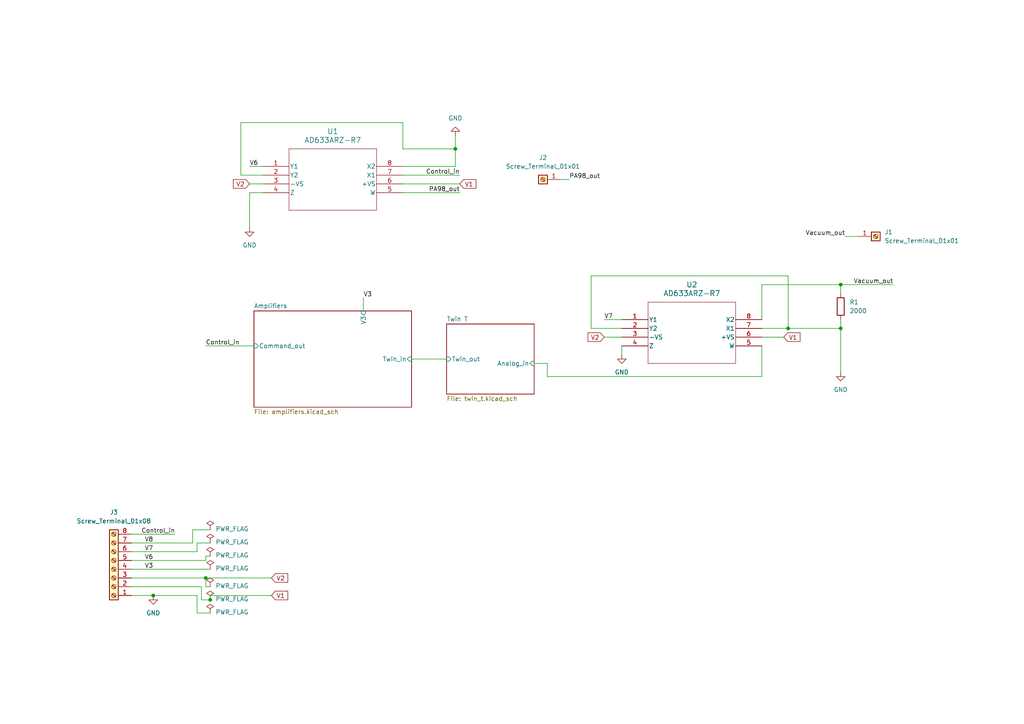
<source format=kicad_sch>
(kicad_sch (version 20250114) (generator "eeschema") (generator_version "9.0")
  (paper "A4")
  (lib_symbols
    (symbol "Analog Device:AD633ARZ-R7" (pin_names (offset 0.254))
      (property "Reference" "U" (at 20.32 10.16 0))
      (property "Value" "AD633ARZ-R7" (at 20.32 7.62 0))
      (symbol "AD633ARZ-R7_0_1"
        (polyline (pts (xy 7.62 5.08) (xy 7.62 -12.7)) (stroke (width 0.127)))
        (polyline (pts (xy 7.62 -12.7) (xy 33.02 -12.7)) (stroke (width 0.127)))
        (polyline (pts (xy 33.02 5.08) (xy 7.62 5.08)) (stroke (width 0.127)))
        (polyline (pts (xy 33.02 -12.7) (xy 33.02 5.08)) (stroke (width 0.127)))
        (pin power_in line (at 0 -5.08 0) (length 7.62) (name "-VS") (number "3"))
        (pin input line (at 0 -7.62 0) (length 7.62) (name "Z") (number "4"))
        (pin input line (at 40.64 0 180) (length 7.62) (name "X2") (number "8"))
        (pin input line (at 40.64 -2.54 180) (length 7.62) (name "X1") (number "7"))
        (pin power_in line (at 40.64 -5.08 180) (length 7.62) (name "+VS") (number "6"))
        (pin output line (at 40.64 -7.62 180) (length 7.62) (name "W") (number "5"))
      )
      (symbol "AD633ARZ-R7_1_1"
        (pin input line (at 0 0 0) (length 7.62) (name "Y1") (number "1"))
        (pin input line (at 0 -2.54 0) (length 7.62) (name "Y2") (number "2"))
      )
    )
    (symbol "Connector:Screw_Terminal_01x01" (pin_names (offset 1.016) (hide yes))
      (property "Reference" "J" (at 0 2.54 0))
      (property "Value" "Screw_Terminal_01x01" (at 0 -2.54 0))
      (symbol "Screw_Terminal_01x01_1_1"
        (rectangle (start -1.27 1.27) (end 1.27 -1.27) (stroke (width 0.254)) (fill (type background)))
        (polyline (pts (xy -0.5334 0.3302) (xy 0.3302 -0.508)) (stroke (width 0.1524)))
        (polyline (pts (xy -0.3556 0.508) (xy 0.508 -0.3302)) (stroke (width 0.1524)))
        (circle (center 0 0) (radius 0.635) (stroke (width 0.1524)))
        (pin passive line (at -5.08 0 0) (length 3.81) (name "Pin_1") (number "1"))
      )
    )
    (symbol "Connector:Screw_Terminal_01x08" (pin_names (offset 1.016) (hide yes))
      (property "Reference" "J" (at 0 10.16 0))
      (property "Value" "Screw_Terminal_01x08" (at 0 -12.7 0))
      (symbol "Screw_Terminal_01x08_1_1"
        (rectangle (start -1.27 8.89) (end 1.27 -11.43) (stroke (width 0.254)) (fill (type background)))
        (polyline (pts (xy -0.5334 7.9502) (xy 0.3302 7.112)) (stroke (width 0.1524)))
        (polyline (pts (xy -0.5334 5.4102) (xy 0.3302 4.572)) (stroke (width 0.1524)))
        (polyline (pts (xy -0.5334 2.8702) (xy 0.3302 2.032)) (stroke (width 0.1524)))
        (polyline (pts (xy -0.5334 0.3302) (xy 0.3302 -0.508)) (stroke (width 0.1524)))
        (polyline (pts (xy -0.5334 -2.2098) (xy 0.3302 -3.048)) (stroke (width 0.1524)))
        (polyline (pts (xy -0.5334 -4.7498) (xy 0.3302 -5.588)) (stroke (width 0.1524)))
        (polyline (pts (xy -0.5334 -7.2898) (xy 0.3302 -8.128)) (stroke (width 0.1524)))
        (polyline (pts (xy -0.5334 -9.8298) (xy 0.3302 -10.668)) (stroke (width 0.1524)))
        (polyline (pts (xy -0.3556 8.128) (xy 0.508 7.2898)) (stroke (width 0.1524)))
        (polyline (pts (xy -0.3556 5.588) (xy 0.508 4.7498)) (stroke (width 0.1524)))
        (polyline (pts (xy -0.3556 3.048) (xy 0.508 2.2098)) (stroke (width 0.1524)))
        (polyline (pts (xy -0.3556 0.508) (xy 0.508 -0.3302)) (stroke (width 0.1524)))
        (polyline (pts (xy -0.3556 -2.032) (xy 0.508 -2.8702)) (stroke (width 0.1524)))
        (polyline (pts (xy -0.3556 -4.572) (xy 0.508 -5.4102)) (stroke (width 0.1524)))
        (polyline (pts (xy -0.3556 -7.112) (xy 0.508 -7.9502)) (stroke (width 0.1524)))
        (polyline (pts (xy -0.3556 -9.652) (xy 0.508 -10.4902)) (stroke (width 0.1524)))
        (circle (center 0 7.62) (radius 0.635) (stroke (width 0.1524)))
        (circle (center 0 5.08) (radius 0.635) (stroke (width 0.1524)))
        (circle (center 0 2.54) (radius 0.635) (stroke (width 0.1524)))
        (circle (center 0 0) (radius 0.635) (stroke (width 0.1524)))
        (circle (center 0 -2.54) (radius 0.635) (stroke (width 0.1524)))
        (circle (center 0 -5.08) (radius 0.635) (stroke (width 0.1524)))
        (circle (center 0 -7.62) (radius 0.635) (stroke (width 0.1524)))
        (circle (center 0 -10.16) (radius 0.635) (stroke (width 0.1524)))
        (pin passive line (at -5.08 7.62 0) (length 3.81) (name "Pin_1") (number "1"))
        (pin passive line (at -5.08 5.08 0) (length 3.81) (name "Pin_2") (number "2"))
        (pin passive line (at -5.08 2.54 0) (length 3.81) (name "Pin_3") (number "3"))
        (pin passive line (at -5.08 0 0) (length 3.81) (name "Pin_4") (number "4"))
        (pin passive line (at -5.08 -2.54 0) (length 3.81) (name "Pin_5") (number "5"))
        (pin passive line (at -5.08 -5.08 0) (length 3.81) (name "Pin_6") (number "6"))
        (pin passive line (at -5.08 -7.62 0) (length 3.81) (name "Pin_7") (number "7"))
        (pin passive line (at -5.08 -10.16 0) (length 3.81) (name "Pin_8") (number "8"))
      )
    )
    (symbol "Device:R" (pin_numbers (hide yes)) (pin_names (offset 0))
      (property "Reference" "R" (at 2.032 0 90))
      (property "Value" "R" (at 0 0 90))
      (symbol "R_0_1"
        (rectangle (start -1.016 -2.54) (end 1.016 2.54) (stroke (width 0.254)))
      )
      (symbol "R_1_1"
        (pin passive line (at 0 3.81 270) (length 1.27) (name "~") (number "1"))
        (pin passive line (at 0 -3.81 90) (length 1.27) (name "~") (number "2"))
      )
    )
    (symbol "power:GND" (power) (pin_numbers (hide yes)) (pin_names (offset 0) (hide yes))
      (property "Value" "GND" (at 0 -3.81 0))
      (symbol "GND_0_1"
        (polyline (pts (xy 0 0) (xy 0 -1.27) (xy 1.27 -1.27) (xy 0 -2.54) (xy -1.27 -1.27) (xy 0 -1.27)))
      )
      (symbol "GND_1_1"
        (pin power_in line (at 0 0 270) (length 0) (name "~") (number "1"))
      )
    )
    (symbol "power:PWR_FLAG" (power) (pin_numbers (hide yes)) (pin_names (offset 0) (hide yes))
      (property "Value" "PWR_FLAG" (at 0 3.81 0))
      (symbol "PWR_FLAG_0_0"
        (pin power_out line (at 0 0 90) (length 0) (name "~") (number "1"))
      )
      (symbol "PWR_FLAG_0_1"
        (polyline (pts (xy 0 0) (xy 0 1.27) (xy -1.016 1.905) (xy 0 2.54) (xy 1.016 1.905) (xy 0 1.27)))
      )
    )
  )
  (junction (at 44.45 172.72))
  (junction (at 243.84 82.55))
  (junction (at 60.96 173.99))
  (junction (at 243.84 95.25))
  (junction (at 228.6 95.25))
  (junction (at 132.08 43.18))
  (junction (at 59.69 167.64))
  (wire (pts (xy 180.34 100.33) (xy 180.34 102.87)))
  (wire (pts (xy 227.33 97.79) (xy 220.98 97.79)))
  (wire (pts (xy 132.08 43.18) (xy 116.84 43.18)))
  (wire (pts (xy 116.84 35.56) (xy 116.84 43.18)))
  (wire (pts (xy 60.96 165.1) (xy 38.1 165.1)))
  (wire (pts (xy 69.85 50.8) (xy 69.85 35.56)))
  (wire (pts (xy 243.84 82.55) (xy 243.84 85.09)))
  (wire (pts (xy 220.98 82.55) (xy 243.84 82.55)))
  (wire (pts (xy 55.88 153.67) (xy 60.96 153.67)))
  (wire (pts (xy 57.15 160.02) (xy 38.1 160.02)))
  (wire (pts (xy 69.85 35.56) (xy 116.84 35.56)))
  (wire (pts (xy 158.75 105.41) (xy 154.94 105.41)))
  (wire (pts (xy 59.69 161.29) (xy 59.69 162.56)))
  (wire (pts (xy 55.88 153.67) (xy 55.88 157.48)))
  (wire (pts (xy 72.39 55.88) (xy 76.2 55.88)))
  (wire (pts (xy 133.35 53.34) (xy 116.84 53.34)))
  (wire (pts (xy 175.26 97.79) (xy 180.34 97.79)))
  (wire (pts (xy 116.84 48.26) (xy 132.08 48.26)))
  (wire (pts (xy 57.15 177.8) (xy 57.15 172.72)))
  (wire (pts (xy 58.42 170.18) (xy 38.1 170.18)))
  (wire (pts (xy 72.39 48.26) (xy 76.2 48.26)))
  (wire (pts (xy 59.69 161.29) (xy 60.96 161.29)))
  (wire (pts (xy 228.6 95.25) (xy 243.84 95.25)))
  (wire (pts (xy 171.45 80.01) (xy 228.6 80.01)))
  (wire (pts (xy 59.69 167.64) (xy 78.74 167.64)))
  (wire (pts (xy 243.84 92.71) (xy 243.84 95.25)))
  (wire (pts (xy 58.42 173.99) (xy 58.42 170.18)))
  (wire (pts (xy 116.84 55.88) (xy 133.35 55.88)))
  (wire (pts (xy 228.6 80.01) (xy 228.6 95.25)))
  (wire (pts (xy 76.2 50.8) (xy 69.85 50.8)))
  (wire (pts (xy 55.88 157.48) (xy 38.1 157.48)))
  (wire (pts (xy 243.84 95.25) (xy 243.84 107.95)))
  (wire (pts (xy 180.34 95.25) (xy 171.45 95.25)))
  (wire (pts (xy 175.26 92.71) (xy 180.34 92.71)))
  (wire (pts (xy 165.1 52.07) (xy 162.56 52.07)))
  (wire (pts (xy 58.42 173.99) (xy 60.96 173.99)))
  (wire (pts (xy 38.1 172.72) (xy 44.45 172.72)))
  (wire (pts (xy 171.45 95.25) (xy 171.45 80.01)))
  (wire (pts (xy 50.8 154.94) (xy 38.1 154.94)))
  (wire (pts (xy 158.75 109.22) (xy 158.75 105.41)))
  (wire (pts (xy 59.69 162.56) (xy 38.1 162.56)))
  (wire (pts (xy 245.11 68.58) (xy 248.92 68.58)))
  (wire (pts (xy 59.69 100.33) (xy 73.66 100.33)))
  (wire (pts (xy 220.98 92.71) (xy 220.98 82.55)))
  (wire (pts (xy 72.39 53.34) (xy 76.2 53.34)))
  (wire (pts (xy 259.08 82.55) (xy 243.84 82.55)))
  (wire (pts (xy 59.69 170.18) (xy 59.69 167.64)))
  (wire (pts (xy 38.1 167.64) (xy 59.69 167.64)))
  (wire (pts (xy 133.35 50.8) (xy 116.84 50.8)))
  (wire (pts (xy 57.15 157.48) (xy 57.15 160.02)))
  (wire (pts (xy 220.98 95.25) (xy 228.6 95.25)))
  (wire (pts (xy 72.39 55.88) (xy 72.39 66.04)))
  (wire (pts (xy 78.74 172.72) (xy 60.96 172.72)))
  (wire (pts (xy 132.08 48.26) (xy 132.08 43.18)))
  (wire (pts (xy 220.98 109.22) (xy 158.75 109.22)))
  (wire (pts (xy 220.98 100.33) (xy 220.98 109.22)))
  (wire (pts (xy 57.15 177.8) (xy 60.96 177.8)))
  (wire (pts (xy 119.38 104.14) (xy 129.54 104.14)))
  (wire (pts (xy 105.41 86.36) (xy 105.41 90.17)))
  (wire (pts (xy 59.69 170.18) (xy 60.96 170.18)))
  (wire (pts (xy 57.15 172.72) (xy 44.45 172.72)))
  (wire (pts (xy 132.08 43.18) (xy 132.08 39.37)))
  (wire (pts (xy 60.96 172.72) (xy 60.96 173.99)))
  (wire (pts (xy 57.15 157.48) (xy 60.96 157.48)))
  (label "V3" (at 44.45 165.1 180))
  (label "V8" (at 44.45 157.48 180))
  (label "PA98_out" (at 133.35 55.88 180))
  (label "V3" (at 105.41 86.36 0))
  (label "V6" (at 44.45 162.56 180))
  (label "PA98_out" (at 165.1 52.07 0))
  (label "Control_in" (at 133.35 50.8 180))
  (label "V7" (at 44.45 160.02 180))
  (label "Vacuum_out" (at 245.11 68.58 180))
  (label "V6" (at 72.39 48.26 0))
  (label "Control_in" (at 50.8 154.94 180))
  (label "Vacuum_out" (at 259.08 82.55 180))
  (label "Control_in" (at 59.69 100.33 0))
  (label "V7" (at 175.26 92.71 0))
  (global_label "V2" (shape input) (at 175.26 97.79 180) (property "Intersheetrefs" "${INTERSHEET_REFS}" (effects (hide yes))))
  (global_label "V1" (shape input) (at 78.74 172.72 0) (property "Intersheetrefs" "${INTERSHEET_REFS}" (effects (hide yes))))
  (global_label "V1" (shape input) (at 227.33 97.79 0) (property "Intersheetrefs" "${INTERSHEET_REFS}" (effects (hide yes))))
  (global_label "V2" (shape input) (at 78.74 167.64 0) (property "Intersheetrefs" "${INTERSHEET_REFS}" (effects (hide yes))))
  (global_label "V2" (shape input) (at 72.39 53.34 180) (property "Intersheetrefs" "${INTERSHEET_REFS}" (effects (hide yes))))
  (global_label "V1" (shape input) (at 133.35 53.34 0) (property "Intersheetrefs" "${INTERSHEET_REFS}" (effects (hide yes))))
  (symbol (lib_id "power:GND") (at 72.39 66.04 0) (unit 1)
    (property "Reference" "#PWR02" (effects (hide yes)))
    (property "Value" "GND" (at 72.39 71.12 0))
    (property "Description" "Power symbol creates a global label with name \"GND\" , ground" (effects (hide yes)))
  )
  (symbol (lib_id "power:PWR_FLAG") (at 60.96 173.99 0) (unit 1)
    (property "Reference" "#FLG01" (effects (hide yes)))
    (property "Value" "PWR_FLAG" (at 67.31 173.736 0))
    (property "Description" "Special symbol for telling ERC where power comes from" (effects (hide yes)))
  )
  (symbol (lib_id "Connector:Screw_Terminal_01x01") (at 157.48 52.07 180) (unit 1)
    (property "Reference" "J2" (at 157.48 45.72 0))
    (property "Value" "Screw_Terminal_01x01" (at 157.48 48.26 0))
    (property "Description" "Generic screw terminal, single row, 01x01, script generated (kicad-library-utils/schlib/autogen/connector/)" (effects (hide yes)))
  )
  (symbol (lib_id "power:PWR_FLAG") (at 60.96 170.18 0) (unit 1)
    (property "Reference" "#FLG02" (effects (hide yes)))
    (property "Value" "PWR_FLAG" (at 67.31 169.926 0))
    (property "Description" "Special symbol for telling ERC where power comes from" (effects (hide yes)))
  )
  (symbol (lib_id "Device:R") (at 243.84 88.9 0) (unit 1)
    (property "Reference" "R1" (at 246.38 87.6299 0) (effects (justify left)))
    (property "Value" "2000" (at 246.38 90.1699 0) (effects (justify left)))
    (property "Description" "Resistor" (effects (hide yes)))
  )
  (symbol (lib_id "Analog Device:AD633ARZ-R7") (at 180.34 92.71 0) (unit 1)
    (property "Reference" "U2" (at 200.66 82.55 0) (effects (font (size 1.524 1.524))))
    (property "Value" "AD633ARZ-R7" (at 200.66 85.09 0) (effects (font (size 1.524 1.524))))
    (property "Footprint" "Analog Device:AD633ARZ_R7" (effects (hide yes)))
    (property "Datasheet" "AD633ARZ-R7" (effects (hide yes)))
  )
  (symbol (lib_id "power:PWR_FLAG") (at 60.96 161.29 0) (unit 1)
    (property "Reference" "#FLG04" (effects (hide yes)))
    (property "Value" "PWR_FLAG" (at 67.31 161.036 0))
    (property "Description" "Special symbol for telling ERC where power comes from" (effects (hide yes)))
  )
  (symbol (lib_id "power:GND") (at 132.08 39.37 180) (unit 1)
    (property "Reference" "#PWR01" (effects (hide yes)))
    (property "Value" "GND" (at 132.08 34.29 0))
    (property "Description" "Power symbol creates a global label with name \"GND\" , ground" (effects (hide yes)))
  )
  (symbol (lib_id "power:PWR_FLAG") (at 60.96 153.67 0) (unit 1)
    (property "Reference" "#FLG06" (effects (hide yes)))
    (property "Value" "PWR_FLAG" (at 67.31 153.416 0))
    (property "Description" "Special symbol for telling ERC where power comes from" (effects (hide yes)))
  )
  (symbol (lib_id "power:PWR_FLAG") (at 60.96 165.1 0) (unit 1)
    (property "Reference" "#FLG03" (effects (hide yes)))
    (property "Value" "PWR_FLAG" (at 67.31 164.846 0))
    (property "Description" "Special symbol for telling ERC where power comes from" (effects (hide yes)))
  )
  (symbol (lib_id "power:GND") (at 243.84 107.95 0) (unit 1)
    (property "Reference" "#PWR03" (effects (hide yes)))
    (property "Value" "GND" (at 243.84 113.03 0))
    (property "Description" "Power symbol creates a global label with name \"GND\" , ground" (effects (hide yes)))
  )
  (symbol (lib_id "Connector:Screw_Terminal_01x01") (at 254 68.58 0) (unit 1)
    (property "Reference" "J1" (at 256.54 67.3099 0) (effects (justify left)))
    (property "Value" "Screw_Terminal_01x01" (at 256.54 69.8499 0) (effects (justify left)))
    (property "Description" "Generic screw terminal, single row, 01x01, script generated (kicad-library-utils/schlib/autogen/connector/)" (effects (hide yes)))
  )
  (symbol (lib_id "power:PWR_FLAG") (at 60.96 177.8 0) (unit 1)
    (property "Reference" "#FLG07" (effects (hide yes)))
    (property "Value" "PWR_FLAG" (at 67.31 177.546 0))
    (property "Description" "Special symbol for telling ERC where power comes from" (effects (hide yes)))
  )
  (symbol (lib_id "power:PWR_FLAG") (at 60.96 157.48 0) (unit 1)
    (property "Reference" "#FLG05" (effects (hide yes)))
    (property "Value" "PWR_FLAG" (at 67.31 157.226 0))
    (property "Description" "Special symbol for telling ERC where power comes from" (effects (hide yes)))
  )
  (symbol (lib_id "power:GND") (at 44.45 172.72 0) (unit 1)
    (property "Reference" "#PWR08" (effects (hide yes)))
    (property "Value" "GND" (at 44.45 177.8 0))
    (property "Description" "Power symbol creates a global label with name \"GND\" , ground" (effects (hide yes)))
  )
  (symbol (lib_id "Connector:Screw_Terminal_01x08") (at 33.02 165.1 180) (unit 1)
    (property "Reference" "J3" (at 33.02 148.59 0))
    (property "Value" "Screw_Terminal_01x08" (at 33.02 151.13 0))
    (property "Description" "Generic screw terminal, single row, 01x08, script generated (kicad-library-utils/schlib/autogen/connector/)" (effects (hide yes)))
  )
  (symbol (lib_id "power:GND") (at 180.34 102.87 0) (unit 1)
    (property "Reference" "#PWR09" (effects (hide yes)))
    (property "Value" "GND" (at 180.34 107.95 0))
    (property "Description" "Power symbol creates a global label with name \"GND\" , ground" (effects (hide yes)))
  )
  (symbol (lib_id "Analog Device:AD633ARZ-R7") (at 76.2 48.26 0) (unit 1)
    (property "Reference" "U1" (at 96.52 38.1 0) (effects (font (size 1.524 1.524))))
    (property "Value" "AD633ARZ-R7" (at 96.52 40.64 0) (effects (font (size 1.524 1.524))))
    (property "Footprint" "Analog Device:AD633ARZ_R7" (effects (hide yes)))
    (property "Datasheet" "AD633ARZ-R7" (effects (hide yes)))
  )
  (sheet (at 73.66 90.17) (size 45.72 27.94) (stroke (width 0.1524))
    (property "Sheetname" "Amplifiers" (at 73.66 89.4584 0) (effects (justify left bottom)))
    (property "Sheetfile" "amplifiers.kicad_sch" (at 73.66 118.6946 0) (effects (justify left top)))
    (pin "Command_out" input (at 73.66 100.33 180))
    (pin "Twin_in" input (at 119.38 104.14 0))
    (pin "V3" input (at 105.41 90.17 90))
  )
  (sheet (at 129.54 93.98) (size 25.4 20.32) (stroke (width 0.1524))
    (property "Sheetname" "Twin T" (at 129.54 93.2684 0) (effects (justify left bottom)))
    (property "Sheetfile" "twin_t.kicad_sch" (at 129.54 114.8846 0) (effects (justify left top)))
    (pin "Analog_in" input (at 154.94 105.41 0))
    (pin "Twin_out" input (at 129.54 104.14 180))
  )
)
</source>
